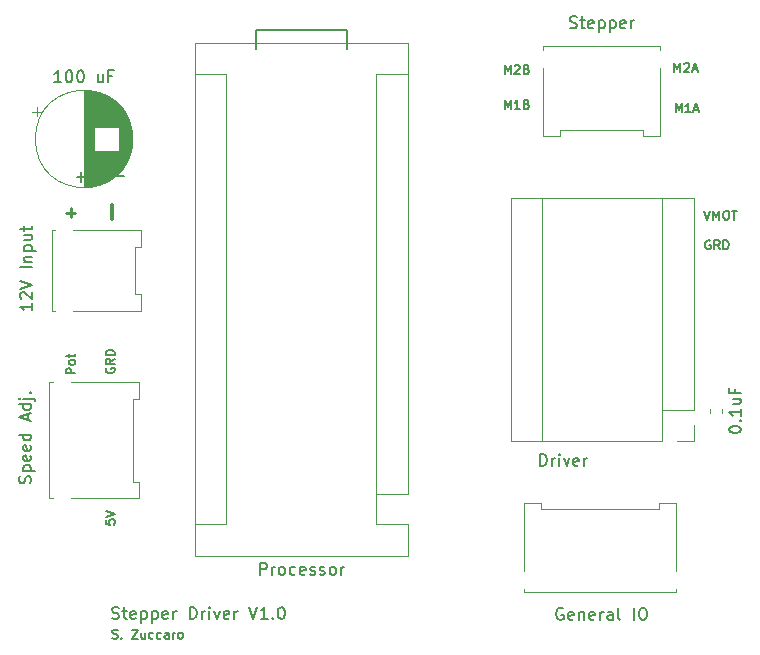
<source format=gto>
G04 #@! TF.GenerationSoftware,KiCad,Pcbnew,(5.1.5)-3*
G04 #@! TF.CreationDate,2021-04-09T09:55:13-05:00*
G04 #@! TF.ProjectId,turner_pcb,7475726e-6572-45f7-9063-622e6b696361,rev?*
G04 #@! TF.SameCoordinates,Original*
G04 #@! TF.FileFunction,Legend,Top*
G04 #@! TF.FilePolarity,Positive*
%FSLAX46Y46*%
G04 Gerber Fmt 4.6, Leading zero omitted, Abs format (unit mm)*
G04 Created by KiCad (PCBNEW (5.1.5)-3) date 2021-04-09 09:55:13*
%MOMM*%
%LPD*%
G04 APERTURE LIST*
%ADD10C,0.127000*%
%ADD11C,0.152400*%
%ADD12C,0.300000*%
%ADD13C,0.254000*%
%ADD14C,0.150000*%
%ADD15C,0.120000*%
%ADD16C,1.600000*%
%ADD17R,1.600000X1.600000*%
%ADD18C,1.000000*%
%ADD19C,1.500000*%
%ADD20O,1.600000X1.600000*%
G04 APERTURE END LIST*
D10*
X55306685Y-77372028D02*
X55415542Y-77408314D01*
X55596971Y-77408314D01*
X55669542Y-77372028D01*
X55705828Y-77335742D01*
X55742114Y-77263171D01*
X55742114Y-77190600D01*
X55705828Y-77118028D01*
X55669542Y-77081742D01*
X55596971Y-77045457D01*
X55451828Y-77009171D01*
X55379257Y-76972885D01*
X55342971Y-76936600D01*
X55306685Y-76864028D01*
X55306685Y-76791457D01*
X55342971Y-76718885D01*
X55379257Y-76682600D01*
X55451828Y-76646314D01*
X55633257Y-76646314D01*
X55742114Y-76682600D01*
X56068685Y-77335742D02*
X56104971Y-77372028D01*
X56068685Y-77408314D01*
X56032400Y-77372028D01*
X56068685Y-77335742D01*
X56068685Y-77408314D01*
X56939542Y-76646314D02*
X57447542Y-76646314D01*
X56939542Y-77408314D01*
X57447542Y-77408314D01*
X58064400Y-76900314D02*
X58064400Y-77408314D01*
X57737828Y-76900314D02*
X57737828Y-77299457D01*
X57774114Y-77372028D01*
X57846685Y-77408314D01*
X57955542Y-77408314D01*
X58028114Y-77372028D01*
X58064400Y-77335742D01*
X58753828Y-77372028D02*
X58681257Y-77408314D01*
X58536114Y-77408314D01*
X58463542Y-77372028D01*
X58427257Y-77335742D01*
X58390971Y-77263171D01*
X58390971Y-77045457D01*
X58427257Y-76972885D01*
X58463542Y-76936600D01*
X58536114Y-76900314D01*
X58681257Y-76900314D01*
X58753828Y-76936600D01*
X59406971Y-77372028D02*
X59334400Y-77408314D01*
X59189257Y-77408314D01*
X59116685Y-77372028D01*
X59080400Y-77335742D01*
X59044114Y-77263171D01*
X59044114Y-77045457D01*
X59080400Y-76972885D01*
X59116685Y-76936600D01*
X59189257Y-76900314D01*
X59334400Y-76900314D01*
X59406971Y-76936600D01*
X60060114Y-77408314D02*
X60060114Y-77009171D01*
X60023828Y-76936600D01*
X59951257Y-76900314D01*
X59806114Y-76900314D01*
X59733542Y-76936600D01*
X60060114Y-77372028D02*
X59987542Y-77408314D01*
X59806114Y-77408314D01*
X59733542Y-77372028D01*
X59697257Y-77299457D01*
X59697257Y-77226885D01*
X59733542Y-77154314D01*
X59806114Y-77118028D01*
X59987542Y-77118028D01*
X60060114Y-77081742D01*
X60422971Y-77408314D02*
X60422971Y-76900314D01*
X60422971Y-77045457D02*
X60459257Y-76972885D01*
X60495542Y-76936600D01*
X60568114Y-76900314D01*
X60640685Y-76900314D01*
X61003542Y-77408314D02*
X60930971Y-77372028D01*
X60894685Y-77335742D01*
X60858400Y-77263171D01*
X60858400Y-77045457D01*
X60894685Y-76972885D01*
X60930971Y-76936600D01*
X61003542Y-76900314D01*
X61112400Y-76900314D01*
X61184971Y-76936600D01*
X61221257Y-76972885D01*
X61257542Y-77045457D01*
X61257542Y-77263171D01*
X61221257Y-77335742D01*
X61184971Y-77372028D01*
X61112400Y-77408314D01*
X61003542Y-77408314D01*
D11*
X55280076Y-75696838D02*
X55425219Y-75745219D01*
X55667123Y-75745219D01*
X55763885Y-75696838D01*
X55812266Y-75648457D01*
X55860647Y-75551695D01*
X55860647Y-75454933D01*
X55812266Y-75358171D01*
X55763885Y-75309790D01*
X55667123Y-75261409D01*
X55473600Y-75213028D01*
X55376838Y-75164647D01*
X55328457Y-75116266D01*
X55280076Y-75019504D01*
X55280076Y-74922742D01*
X55328457Y-74825980D01*
X55376838Y-74777600D01*
X55473600Y-74729219D01*
X55715504Y-74729219D01*
X55860647Y-74777600D01*
X56150933Y-75067885D02*
X56537980Y-75067885D01*
X56296076Y-74729219D02*
X56296076Y-75600076D01*
X56344457Y-75696838D01*
X56441219Y-75745219D01*
X56537980Y-75745219D01*
X57263695Y-75696838D02*
X57166933Y-75745219D01*
X56973409Y-75745219D01*
X56876647Y-75696838D01*
X56828266Y-75600076D01*
X56828266Y-75213028D01*
X56876647Y-75116266D01*
X56973409Y-75067885D01*
X57166933Y-75067885D01*
X57263695Y-75116266D01*
X57312076Y-75213028D01*
X57312076Y-75309790D01*
X56828266Y-75406552D01*
X57747504Y-75067885D02*
X57747504Y-76083885D01*
X57747504Y-75116266D02*
X57844266Y-75067885D01*
X58037790Y-75067885D01*
X58134552Y-75116266D01*
X58182933Y-75164647D01*
X58231314Y-75261409D01*
X58231314Y-75551695D01*
X58182933Y-75648457D01*
X58134552Y-75696838D01*
X58037790Y-75745219D01*
X57844266Y-75745219D01*
X57747504Y-75696838D01*
X58666742Y-75067885D02*
X58666742Y-76083885D01*
X58666742Y-75116266D02*
X58763504Y-75067885D01*
X58957028Y-75067885D01*
X59053790Y-75116266D01*
X59102171Y-75164647D01*
X59150552Y-75261409D01*
X59150552Y-75551695D01*
X59102171Y-75648457D01*
X59053790Y-75696838D01*
X58957028Y-75745219D01*
X58763504Y-75745219D01*
X58666742Y-75696838D01*
X59973028Y-75696838D02*
X59876266Y-75745219D01*
X59682742Y-75745219D01*
X59585980Y-75696838D01*
X59537600Y-75600076D01*
X59537600Y-75213028D01*
X59585980Y-75116266D01*
X59682742Y-75067885D01*
X59876266Y-75067885D01*
X59973028Y-75116266D01*
X60021409Y-75213028D01*
X60021409Y-75309790D01*
X59537600Y-75406552D01*
X60456838Y-75745219D02*
X60456838Y-75067885D01*
X60456838Y-75261409D02*
X60505219Y-75164647D01*
X60553600Y-75116266D01*
X60650361Y-75067885D01*
X60747123Y-75067885D01*
X61859885Y-75745219D02*
X61859885Y-74729219D01*
X62101790Y-74729219D01*
X62246933Y-74777600D01*
X62343695Y-74874361D01*
X62392076Y-74971123D01*
X62440457Y-75164647D01*
X62440457Y-75309790D01*
X62392076Y-75503314D01*
X62343695Y-75600076D01*
X62246933Y-75696838D01*
X62101790Y-75745219D01*
X61859885Y-75745219D01*
X62875885Y-75745219D02*
X62875885Y-75067885D01*
X62875885Y-75261409D02*
X62924266Y-75164647D01*
X62972647Y-75116266D01*
X63069409Y-75067885D01*
X63166171Y-75067885D01*
X63504838Y-75745219D02*
X63504838Y-75067885D01*
X63504838Y-74729219D02*
X63456457Y-74777600D01*
X63504838Y-74825980D01*
X63553219Y-74777600D01*
X63504838Y-74729219D01*
X63504838Y-74825980D01*
X63891885Y-75067885D02*
X64133790Y-75745219D01*
X64375695Y-75067885D01*
X65149790Y-75696838D02*
X65053028Y-75745219D01*
X64859504Y-75745219D01*
X64762742Y-75696838D01*
X64714361Y-75600076D01*
X64714361Y-75213028D01*
X64762742Y-75116266D01*
X64859504Y-75067885D01*
X65053028Y-75067885D01*
X65149790Y-75116266D01*
X65198171Y-75213028D01*
X65198171Y-75309790D01*
X64714361Y-75406552D01*
X65633600Y-75745219D02*
X65633600Y-75067885D01*
X65633600Y-75261409D02*
X65681980Y-75164647D01*
X65730361Y-75116266D01*
X65827123Y-75067885D01*
X65923885Y-75067885D01*
X66891504Y-74729219D02*
X67230171Y-75745219D01*
X67568838Y-74729219D01*
X68439695Y-75745219D02*
X67859123Y-75745219D01*
X68149409Y-75745219D02*
X68149409Y-74729219D01*
X68052647Y-74874361D01*
X67955885Y-74971123D01*
X67859123Y-75019504D01*
X68875123Y-75648457D02*
X68923504Y-75696838D01*
X68875123Y-75745219D01*
X68826742Y-75696838D01*
X68875123Y-75648457D01*
X68875123Y-75745219D01*
X69552457Y-74729219D02*
X69649219Y-74729219D01*
X69745980Y-74777600D01*
X69794361Y-74825980D01*
X69842742Y-74922742D01*
X69891123Y-75116266D01*
X69891123Y-75358171D01*
X69842742Y-75551695D01*
X69794361Y-75648457D01*
X69745980Y-75696838D01*
X69649219Y-75745219D01*
X69552457Y-75745219D01*
X69455695Y-75696838D01*
X69407314Y-75648457D01*
X69358933Y-75551695D01*
X69310552Y-75358171D01*
X69310552Y-75116266D01*
X69358933Y-74922742D01*
X69407314Y-74825980D01*
X69455695Y-74777600D01*
X69552457Y-74729219D01*
D10*
X52135314Y-54940200D02*
X51373314Y-54940200D01*
X51373314Y-54649914D01*
X51409600Y-54577342D01*
X51445885Y-54541057D01*
X51518457Y-54504771D01*
X51627314Y-54504771D01*
X51699885Y-54541057D01*
X51736171Y-54577342D01*
X51772457Y-54649914D01*
X51772457Y-54940200D01*
X52135314Y-54069342D02*
X52099028Y-54141914D01*
X52062742Y-54178200D01*
X51990171Y-54214485D01*
X51772457Y-54214485D01*
X51699885Y-54178200D01*
X51663600Y-54141914D01*
X51627314Y-54069342D01*
X51627314Y-53960485D01*
X51663600Y-53887914D01*
X51699885Y-53851628D01*
X51772457Y-53815342D01*
X51990171Y-53815342D01*
X52062742Y-53851628D01*
X52099028Y-53887914D01*
X52135314Y-53960485D01*
X52135314Y-54069342D01*
X51627314Y-53597628D02*
X51627314Y-53307342D01*
X51373314Y-53488771D02*
X52026457Y-53488771D01*
X52099028Y-53452485D01*
X52135314Y-53379914D01*
X52135314Y-53307342D01*
X54762400Y-54512028D02*
X54726114Y-54584600D01*
X54726114Y-54693457D01*
X54762400Y-54802314D01*
X54834971Y-54874885D01*
X54907542Y-54911171D01*
X55052685Y-54947457D01*
X55161542Y-54947457D01*
X55306685Y-54911171D01*
X55379257Y-54874885D01*
X55451828Y-54802314D01*
X55488114Y-54693457D01*
X55488114Y-54620885D01*
X55451828Y-54512028D01*
X55415542Y-54475742D01*
X55161542Y-54475742D01*
X55161542Y-54620885D01*
X55488114Y-53713742D02*
X55125257Y-53967742D01*
X55488114Y-54149171D02*
X54726114Y-54149171D01*
X54726114Y-53858885D01*
X54762400Y-53786314D01*
X54798685Y-53750028D01*
X54871257Y-53713742D01*
X54980114Y-53713742D01*
X55052685Y-53750028D01*
X55088971Y-53786314D01*
X55125257Y-53858885D01*
X55125257Y-54149171D01*
X55488114Y-53387171D02*
X54726114Y-53387171D01*
X54726114Y-53205742D01*
X54762400Y-53096885D01*
X54834971Y-53024314D01*
X54907542Y-52988028D01*
X55052685Y-52951742D01*
X55161542Y-52951742D01*
X55306685Y-52988028D01*
X55379257Y-53024314D01*
X55451828Y-53096885D01*
X55488114Y-53205742D01*
X55488114Y-53387171D01*
X54726114Y-67353542D02*
X54726114Y-67716400D01*
X55088971Y-67752685D01*
X55052685Y-67716400D01*
X55016400Y-67643828D01*
X55016400Y-67462400D01*
X55052685Y-67389828D01*
X55088971Y-67353542D01*
X55161542Y-67317257D01*
X55342971Y-67317257D01*
X55415542Y-67353542D01*
X55451828Y-67389828D01*
X55488114Y-67462400D01*
X55488114Y-67643828D01*
X55451828Y-67716400D01*
X55415542Y-67752685D01*
X54726114Y-67099542D02*
X55488114Y-66845542D01*
X54726114Y-66591542D01*
X88537142Y-32577314D02*
X88537142Y-31815314D01*
X88791142Y-32359600D01*
X89045142Y-31815314D01*
X89045142Y-32577314D01*
X89807142Y-32577314D02*
X89371714Y-32577314D01*
X89589428Y-32577314D02*
X89589428Y-31815314D01*
X89516857Y-31924171D01*
X89444285Y-31996742D01*
X89371714Y-32033028D01*
X90387714Y-32178171D02*
X90496571Y-32214457D01*
X90532857Y-32250742D01*
X90569142Y-32323314D01*
X90569142Y-32432171D01*
X90532857Y-32504742D01*
X90496571Y-32541028D01*
X90424000Y-32577314D01*
X90133714Y-32577314D01*
X90133714Y-31815314D01*
X90387714Y-31815314D01*
X90460285Y-31851600D01*
X90496571Y-31887885D01*
X90532857Y-31960457D01*
X90532857Y-32033028D01*
X90496571Y-32105600D01*
X90460285Y-32141885D01*
X90387714Y-32178171D01*
X90133714Y-32178171D01*
X88537142Y-29605514D02*
X88537142Y-28843514D01*
X88791142Y-29387800D01*
X89045142Y-28843514D01*
X89045142Y-29605514D01*
X89371714Y-28916085D02*
X89408000Y-28879800D01*
X89480571Y-28843514D01*
X89662000Y-28843514D01*
X89734571Y-28879800D01*
X89770857Y-28916085D01*
X89807142Y-28988657D01*
X89807142Y-29061228D01*
X89770857Y-29170085D01*
X89335428Y-29605514D01*
X89807142Y-29605514D01*
X90387714Y-29206371D02*
X90496571Y-29242657D01*
X90532857Y-29278942D01*
X90569142Y-29351514D01*
X90569142Y-29460371D01*
X90532857Y-29532942D01*
X90496571Y-29569228D01*
X90424000Y-29605514D01*
X90133714Y-29605514D01*
X90133714Y-28843514D01*
X90387714Y-28843514D01*
X90460285Y-28879800D01*
X90496571Y-28916085D01*
X90532857Y-28988657D01*
X90532857Y-29061228D01*
X90496571Y-29133800D01*
X90460285Y-29170085D01*
X90387714Y-29206371D01*
X90133714Y-29206371D01*
X102891771Y-29427714D02*
X102891771Y-28665714D01*
X103145771Y-29210000D01*
X103399771Y-28665714D01*
X103399771Y-29427714D01*
X103726342Y-28738285D02*
X103762628Y-28702000D01*
X103835200Y-28665714D01*
X104016628Y-28665714D01*
X104089200Y-28702000D01*
X104125485Y-28738285D01*
X104161771Y-28810857D01*
X104161771Y-28883428D01*
X104125485Y-28992285D01*
X103690057Y-29427714D01*
X104161771Y-29427714D01*
X104452057Y-29210000D02*
X104814914Y-29210000D01*
X104379485Y-29427714D02*
X104633485Y-28665714D01*
X104887485Y-29427714D01*
X102993371Y-32856714D02*
X102993371Y-32094714D01*
X103247371Y-32639000D01*
X103501371Y-32094714D01*
X103501371Y-32856714D01*
X104263371Y-32856714D02*
X103827942Y-32856714D01*
X104045657Y-32856714D02*
X104045657Y-32094714D01*
X103973085Y-32203571D01*
X103900514Y-32276142D01*
X103827942Y-32312428D01*
X104553657Y-32639000D02*
X104916514Y-32639000D01*
X104481085Y-32856714D02*
X104735085Y-32094714D01*
X104989085Y-32856714D01*
X105914371Y-43713400D02*
X105841800Y-43677114D01*
X105732942Y-43677114D01*
X105624085Y-43713400D01*
X105551514Y-43785971D01*
X105515228Y-43858542D01*
X105478942Y-44003685D01*
X105478942Y-44112542D01*
X105515228Y-44257685D01*
X105551514Y-44330257D01*
X105624085Y-44402828D01*
X105732942Y-44439114D01*
X105805514Y-44439114D01*
X105914371Y-44402828D01*
X105950657Y-44366542D01*
X105950657Y-44112542D01*
X105805514Y-44112542D01*
X106712657Y-44439114D02*
X106458657Y-44076257D01*
X106277228Y-44439114D02*
X106277228Y-43677114D01*
X106567514Y-43677114D01*
X106640085Y-43713400D01*
X106676371Y-43749685D01*
X106712657Y-43822257D01*
X106712657Y-43931114D01*
X106676371Y-44003685D01*
X106640085Y-44039971D01*
X106567514Y-44076257D01*
X106277228Y-44076257D01*
X107039228Y-44439114D02*
X107039228Y-43677114D01*
X107220657Y-43677114D01*
X107329514Y-43713400D01*
X107402085Y-43785971D01*
X107438371Y-43858542D01*
X107474657Y-44003685D01*
X107474657Y-44112542D01*
X107438371Y-44257685D01*
X107402085Y-44330257D01*
X107329514Y-44402828D01*
X107220657Y-44439114D01*
X107039228Y-44439114D01*
X105428142Y-41162514D02*
X105682142Y-41924514D01*
X105936142Y-41162514D01*
X106190142Y-41924514D02*
X106190142Y-41162514D01*
X106444142Y-41706800D01*
X106698142Y-41162514D01*
X106698142Y-41924514D01*
X107206142Y-41162514D02*
X107351285Y-41162514D01*
X107423857Y-41198800D01*
X107496428Y-41271371D01*
X107532714Y-41416514D01*
X107532714Y-41670514D01*
X107496428Y-41815657D01*
X107423857Y-41888228D01*
X107351285Y-41924514D01*
X107206142Y-41924514D01*
X107133571Y-41888228D01*
X107061000Y-41815657D01*
X107024714Y-41670514D01*
X107024714Y-41416514D01*
X107061000Y-41271371D01*
X107133571Y-41198800D01*
X107206142Y-41162514D01*
X107750428Y-41162514D02*
X108185857Y-41162514D01*
X107968142Y-41924514D02*
X107968142Y-41162514D01*
D12*
X55250542Y-41846428D02*
X55250542Y-40703571D01*
D13*
X51378152Y-41347571D02*
X52152247Y-41347571D01*
X51765200Y-41734619D02*
X51765200Y-40960523D01*
D14*
X67437000Y-25882600D02*
X67437000Y-27482800D01*
X75209400Y-25882600D02*
X67437000Y-25882600D01*
X75209400Y-27482800D02*
X75209400Y-25882600D01*
D11*
X52267152Y-38324971D02*
X53041247Y-38324971D01*
X52654200Y-38712019D02*
X52654200Y-37937923D01*
X55518352Y-38197971D02*
X56292447Y-38197971D01*
D15*
X48893502Y-32387800D02*
X48893502Y-33187800D01*
X48493502Y-32787800D02*
X49293502Y-32787800D01*
X56984200Y-34569800D02*
X56984200Y-35635800D01*
X56944200Y-34334800D02*
X56944200Y-35870800D01*
X56904200Y-34154800D02*
X56904200Y-36050800D01*
X56864200Y-34004800D02*
X56864200Y-36200800D01*
X56824200Y-33873800D02*
X56824200Y-36331800D01*
X56784200Y-33756800D02*
X56784200Y-36448800D01*
X56744200Y-33649800D02*
X56744200Y-36555800D01*
X56704200Y-33550800D02*
X56704200Y-36654800D01*
X56664200Y-33457800D02*
X56664200Y-36747800D01*
X56624200Y-33371800D02*
X56624200Y-36833800D01*
X56584200Y-33289800D02*
X56584200Y-36915800D01*
X56544200Y-33212800D02*
X56544200Y-36992800D01*
X56504200Y-33138800D02*
X56504200Y-37066800D01*
X56464200Y-33068800D02*
X56464200Y-37136800D01*
X56424200Y-33000800D02*
X56424200Y-37204800D01*
X56384200Y-32936800D02*
X56384200Y-37268800D01*
X56344200Y-32874800D02*
X56344200Y-37330800D01*
X56304200Y-32815800D02*
X56304200Y-37389800D01*
X56264200Y-32757800D02*
X56264200Y-37447800D01*
X56224200Y-32702800D02*
X56224200Y-37502800D01*
X56184200Y-32648800D02*
X56184200Y-37556800D01*
X56144200Y-32597800D02*
X56144200Y-37607800D01*
X56104200Y-32546800D02*
X56104200Y-37658800D01*
X56064200Y-32498800D02*
X56064200Y-37706800D01*
X56024200Y-32451800D02*
X56024200Y-37753800D01*
X55984200Y-32405800D02*
X55984200Y-37799800D01*
X55944200Y-32361800D02*
X55944200Y-37843800D01*
X55904200Y-32318800D02*
X55904200Y-37886800D01*
X55864200Y-32276800D02*
X55864200Y-37928800D01*
X55824200Y-36142800D02*
X55824200Y-37969800D01*
X55824200Y-32235800D02*
X55824200Y-34062800D01*
X55784200Y-36142800D02*
X55784200Y-38009800D01*
X55784200Y-32195800D02*
X55784200Y-34062800D01*
X55744200Y-36142800D02*
X55744200Y-38047800D01*
X55744200Y-32157800D02*
X55744200Y-34062800D01*
X55704200Y-36142800D02*
X55704200Y-38085800D01*
X55704200Y-32119800D02*
X55704200Y-34062800D01*
X55664200Y-36142800D02*
X55664200Y-38121800D01*
X55664200Y-32083800D02*
X55664200Y-34062800D01*
X55624200Y-36142800D02*
X55624200Y-38157800D01*
X55624200Y-32047800D02*
X55624200Y-34062800D01*
X55584200Y-36142800D02*
X55584200Y-38192800D01*
X55584200Y-32012800D02*
X55584200Y-34062800D01*
X55544200Y-36142800D02*
X55544200Y-38226800D01*
X55544200Y-31978800D02*
X55544200Y-34062800D01*
X55504200Y-36142800D02*
X55504200Y-38258800D01*
X55504200Y-31946800D02*
X55504200Y-34062800D01*
X55464200Y-36142800D02*
X55464200Y-38291800D01*
X55464200Y-31913800D02*
X55464200Y-34062800D01*
X55424200Y-36142800D02*
X55424200Y-38322800D01*
X55424200Y-31882800D02*
X55424200Y-34062800D01*
X55384200Y-36142800D02*
X55384200Y-38352800D01*
X55384200Y-31852800D02*
X55384200Y-34062800D01*
X55344200Y-36142800D02*
X55344200Y-38382800D01*
X55344200Y-31822800D02*
X55344200Y-34062800D01*
X55304200Y-36142800D02*
X55304200Y-38411800D01*
X55304200Y-31793800D02*
X55304200Y-34062800D01*
X55264200Y-36142800D02*
X55264200Y-38440800D01*
X55264200Y-31764800D02*
X55264200Y-34062800D01*
X55224200Y-36142800D02*
X55224200Y-38467800D01*
X55224200Y-31737800D02*
X55224200Y-34062800D01*
X55184200Y-36142800D02*
X55184200Y-38494800D01*
X55184200Y-31710800D02*
X55184200Y-34062800D01*
X55144200Y-36142800D02*
X55144200Y-38520800D01*
X55144200Y-31684800D02*
X55144200Y-34062800D01*
X55104200Y-36142800D02*
X55104200Y-38546800D01*
X55104200Y-31658800D02*
X55104200Y-34062800D01*
X55064200Y-36142800D02*
X55064200Y-38571800D01*
X55064200Y-31633800D02*
X55064200Y-34062800D01*
X55024200Y-36142800D02*
X55024200Y-38595800D01*
X55024200Y-31609800D02*
X55024200Y-34062800D01*
X54984200Y-36142800D02*
X54984200Y-38619800D01*
X54984200Y-31585800D02*
X54984200Y-34062800D01*
X54944200Y-36142800D02*
X54944200Y-38642800D01*
X54944200Y-31562800D02*
X54944200Y-34062800D01*
X54904200Y-36142800D02*
X54904200Y-38664800D01*
X54904200Y-31540800D02*
X54904200Y-34062800D01*
X54864200Y-36142800D02*
X54864200Y-38686800D01*
X54864200Y-31518800D02*
X54864200Y-34062800D01*
X54824200Y-36142800D02*
X54824200Y-38708800D01*
X54824200Y-31496800D02*
X54824200Y-34062800D01*
X54784200Y-36142800D02*
X54784200Y-38729800D01*
X54784200Y-31475800D02*
X54784200Y-34062800D01*
X54744200Y-36142800D02*
X54744200Y-38749800D01*
X54744200Y-31455800D02*
X54744200Y-34062800D01*
X54704200Y-36142800D02*
X54704200Y-38768800D01*
X54704200Y-31436800D02*
X54704200Y-34062800D01*
X54664200Y-36142800D02*
X54664200Y-38788800D01*
X54664200Y-31416800D02*
X54664200Y-34062800D01*
X54624200Y-36142800D02*
X54624200Y-38806800D01*
X54624200Y-31398800D02*
X54624200Y-34062800D01*
X54584200Y-36142800D02*
X54584200Y-38824800D01*
X54584200Y-31380800D02*
X54584200Y-34062800D01*
X54544200Y-36142800D02*
X54544200Y-38842800D01*
X54544200Y-31362800D02*
X54544200Y-34062800D01*
X54504200Y-36142800D02*
X54504200Y-38859800D01*
X54504200Y-31345800D02*
X54504200Y-34062800D01*
X54464200Y-36142800D02*
X54464200Y-38876800D01*
X54464200Y-31328800D02*
X54464200Y-34062800D01*
X54424200Y-36142800D02*
X54424200Y-38892800D01*
X54424200Y-31312800D02*
X54424200Y-34062800D01*
X54384200Y-36142800D02*
X54384200Y-38907800D01*
X54384200Y-31297800D02*
X54384200Y-34062800D01*
X54344200Y-36142800D02*
X54344200Y-38923800D01*
X54344200Y-31281800D02*
X54344200Y-34062800D01*
X54304200Y-36142800D02*
X54304200Y-38937800D01*
X54304200Y-31267800D02*
X54304200Y-34062800D01*
X54264200Y-36142800D02*
X54264200Y-38952800D01*
X54264200Y-31252800D02*
X54264200Y-34062800D01*
X54224200Y-36142800D02*
X54224200Y-38965800D01*
X54224200Y-31239800D02*
X54224200Y-34062800D01*
X54184200Y-36142800D02*
X54184200Y-38979800D01*
X54184200Y-31225800D02*
X54184200Y-34062800D01*
X54144200Y-36142800D02*
X54144200Y-38991800D01*
X54144200Y-31213800D02*
X54144200Y-34062800D01*
X54104200Y-36142800D02*
X54104200Y-39004800D01*
X54104200Y-31200800D02*
X54104200Y-34062800D01*
X54064200Y-36142800D02*
X54064200Y-39016800D01*
X54064200Y-31188800D02*
X54064200Y-34062800D01*
X54024200Y-36142800D02*
X54024200Y-39027800D01*
X54024200Y-31177800D02*
X54024200Y-34062800D01*
X53984200Y-36142800D02*
X53984200Y-39038800D01*
X53984200Y-31166800D02*
X53984200Y-34062800D01*
X53944200Y-36142800D02*
X53944200Y-39049800D01*
X53944200Y-31155800D02*
X53944200Y-34062800D01*
X53904200Y-36142800D02*
X53904200Y-39059800D01*
X53904200Y-31145800D02*
X53904200Y-34062800D01*
X53864200Y-36142800D02*
X53864200Y-39069800D01*
X53864200Y-31135800D02*
X53864200Y-34062800D01*
X53824200Y-36142800D02*
X53824200Y-39078800D01*
X53824200Y-31126800D02*
X53824200Y-34062800D01*
X53784200Y-36142800D02*
X53784200Y-39087800D01*
X53784200Y-31117800D02*
X53784200Y-34062800D01*
X53744200Y-31108800D02*
X53744200Y-39096800D01*
X53704200Y-31100800D02*
X53704200Y-39104800D01*
X53664200Y-31092800D02*
X53664200Y-39112800D01*
X53624200Y-31085800D02*
X53624200Y-39119800D01*
X53583200Y-31078800D02*
X53583200Y-39126800D01*
X53543200Y-31072800D02*
X53543200Y-39132800D01*
X53503200Y-31065800D02*
X53503200Y-39139800D01*
X53463200Y-31060800D02*
X53463200Y-39144800D01*
X53423200Y-31054800D02*
X53423200Y-39150800D01*
X53383200Y-31050800D02*
X53383200Y-39154800D01*
X53343200Y-31045800D02*
X53343200Y-39159800D01*
X53303200Y-31041800D02*
X53303200Y-39163800D01*
X53263200Y-31037800D02*
X53263200Y-39167800D01*
X53223200Y-31034800D02*
X53223200Y-39170800D01*
X53183200Y-31031800D02*
X53183200Y-39173800D01*
X53143200Y-31028800D02*
X53143200Y-39176800D01*
X53103200Y-31026800D02*
X53103200Y-39178800D01*
X53063200Y-31025800D02*
X53063200Y-39179800D01*
X53023200Y-31023800D02*
X53023200Y-39181800D01*
X52983200Y-31022800D02*
X52983200Y-39182800D01*
X52943200Y-31022800D02*
X52943200Y-39182800D01*
X52903200Y-31022800D02*
X52903200Y-39182800D01*
X57023200Y-35102800D02*
G75*
G03X57023200Y-35102800I-4120000J0D01*
G01*
X50265600Y-55670800D02*
X49955600Y-55670800D01*
X49955600Y-55670800D02*
X49955600Y-65540800D01*
X49955600Y-65540800D02*
X50265600Y-65540800D01*
X51785600Y-55670800D02*
X57545600Y-55670800D01*
X57545600Y-55670800D02*
X57545600Y-57090800D01*
X57545600Y-57090800D02*
X57045600Y-57090800D01*
X57045600Y-57090800D02*
X57045600Y-64120800D01*
X57045600Y-64120800D02*
X57545600Y-64120800D01*
X57545600Y-64120800D02*
X57545600Y-65540800D01*
X57545600Y-65540800D02*
X51785600Y-65540800D01*
X89024000Y-60683600D02*
X101854000Y-60683600D01*
X89024000Y-40103600D02*
X89024000Y-60683600D01*
X104524000Y-40103600D02*
X89024000Y-40103600D01*
X104524000Y-58013600D02*
X104524000Y-40103600D01*
X101854000Y-58013600D02*
X104524000Y-58013600D01*
X101854000Y-60683600D02*
X101854000Y-58013600D01*
X104524000Y-60683600D02*
X104524000Y-59283600D01*
X103124000Y-60683600D02*
X104524000Y-60683600D01*
X101854000Y-58013600D02*
X101854000Y-40103600D01*
X91694000Y-60683600D02*
X91694000Y-40103600D01*
X77647800Y-65201800D02*
X77647800Y-67741800D01*
X77647800Y-67741800D02*
X80317800Y-67741800D01*
X80317800Y-65201800D02*
X80317800Y-26971800D01*
X80317800Y-70411800D02*
X80317800Y-67741800D01*
X64947800Y-67741800D02*
X62277800Y-67741800D01*
X64947800Y-67741800D02*
X64947800Y-29641800D01*
X64947800Y-29641800D02*
X62277800Y-29641800D01*
X77647800Y-65201800D02*
X80317800Y-65201800D01*
X77647800Y-65201800D02*
X77647800Y-29641800D01*
X77647800Y-29641800D02*
X80317800Y-29641800D01*
X80317800Y-26971800D02*
X62277800Y-26971800D01*
X62277800Y-26971800D02*
X62277800Y-70411800D01*
X62277800Y-70411800D02*
X80317800Y-70411800D01*
X90138600Y-73178400D02*
X90138600Y-73488400D01*
X90138600Y-73488400D02*
X103008600Y-73488400D01*
X103008600Y-73488400D02*
X103008600Y-73178400D01*
X90138600Y-71658400D02*
X90138600Y-65898400D01*
X90138600Y-65898400D02*
X91558600Y-65898400D01*
X91558600Y-65898400D02*
X91558600Y-66398400D01*
X91558600Y-66398400D02*
X101588600Y-66398400D01*
X101588600Y-66398400D02*
X101588600Y-65898400D01*
X101588600Y-65898400D02*
X103008600Y-65898400D01*
X103008600Y-65898400D02*
X103008600Y-71658400D01*
X50468800Y-42793000D02*
X50158800Y-42793000D01*
X50158800Y-42793000D02*
X50158800Y-49663000D01*
X50158800Y-49663000D02*
X50468800Y-49663000D01*
X51988800Y-42793000D02*
X57748800Y-42793000D01*
X57748800Y-42793000D02*
X57748800Y-44213000D01*
X57748800Y-44213000D02*
X57248800Y-44213000D01*
X57248800Y-44213000D02*
X57248800Y-48243000D01*
X57248800Y-48243000D02*
X57748800Y-48243000D01*
X57748800Y-48243000D02*
X57748800Y-49663000D01*
X57748800Y-49663000D02*
X51988800Y-49663000D01*
X91786800Y-34812600D02*
X91786800Y-29052600D01*
X93206800Y-34812600D02*
X91786800Y-34812600D01*
X93206800Y-34312600D02*
X93206800Y-34812600D01*
X100236800Y-34312600D02*
X93206800Y-34312600D01*
X100236800Y-34812600D02*
X100236800Y-34312600D01*
X101656800Y-34812600D02*
X100236800Y-34812600D01*
X101656800Y-29052600D02*
X101656800Y-34812600D01*
X91786800Y-27222600D02*
X91786800Y-27532600D01*
X101656800Y-27222600D02*
X91786800Y-27222600D01*
X101656800Y-27532600D02*
X101656800Y-27222600D01*
X106936000Y-57995433D02*
X106936000Y-58287967D01*
X105916000Y-57995433D02*
X105916000Y-58287967D01*
D14*
X50974628Y-30305180D02*
X50403200Y-30305180D01*
X50688914Y-30305180D02*
X50688914Y-29305180D01*
X50593676Y-29448038D01*
X50498438Y-29543276D01*
X50403200Y-29590895D01*
X51593676Y-29305180D02*
X51688914Y-29305180D01*
X51784152Y-29352800D01*
X51831771Y-29400419D01*
X51879390Y-29495657D01*
X51927009Y-29686133D01*
X51927009Y-29924228D01*
X51879390Y-30114704D01*
X51831771Y-30209942D01*
X51784152Y-30257561D01*
X51688914Y-30305180D01*
X51593676Y-30305180D01*
X51498438Y-30257561D01*
X51450819Y-30209942D01*
X51403200Y-30114704D01*
X51355580Y-29924228D01*
X51355580Y-29686133D01*
X51403200Y-29495657D01*
X51450819Y-29400419D01*
X51498438Y-29352800D01*
X51593676Y-29305180D01*
X52546057Y-29305180D02*
X52641295Y-29305180D01*
X52736533Y-29352800D01*
X52784152Y-29400419D01*
X52831771Y-29495657D01*
X52879390Y-29686133D01*
X52879390Y-29924228D01*
X52831771Y-30114704D01*
X52784152Y-30209942D01*
X52736533Y-30257561D01*
X52641295Y-30305180D01*
X52546057Y-30305180D01*
X52450819Y-30257561D01*
X52403200Y-30209942D01*
X52355580Y-30114704D01*
X52307961Y-29924228D01*
X52307961Y-29686133D01*
X52355580Y-29495657D01*
X52403200Y-29400419D01*
X52450819Y-29352800D01*
X52546057Y-29305180D01*
X54498438Y-29638514D02*
X54498438Y-30305180D01*
X54069866Y-29638514D02*
X54069866Y-30162323D01*
X54117485Y-30257561D01*
X54212723Y-30305180D01*
X54355580Y-30305180D01*
X54450819Y-30257561D01*
X54498438Y-30209942D01*
X55307961Y-29781371D02*
X54974628Y-29781371D01*
X54974628Y-30305180D02*
X54974628Y-29305180D01*
X55450819Y-29305180D01*
D11*
X48366438Y-64247485D02*
X48414819Y-64102342D01*
X48414819Y-63860438D01*
X48366438Y-63763676D01*
X48318057Y-63715295D01*
X48221295Y-63666914D01*
X48124533Y-63666914D01*
X48027771Y-63715295D01*
X47979390Y-63763676D01*
X47931009Y-63860438D01*
X47882628Y-64053961D01*
X47834247Y-64150723D01*
X47785866Y-64199104D01*
X47689104Y-64247485D01*
X47592342Y-64247485D01*
X47495580Y-64199104D01*
X47447200Y-64150723D01*
X47398819Y-64053961D01*
X47398819Y-63812057D01*
X47447200Y-63666914D01*
X47737485Y-63231485D02*
X48753485Y-63231485D01*
X47785866Y-63231485D02*
X47737485Y-63134723D01*
X47737485Y-62941200D01*
X47785866Y-62844438D01*
X47834247Y-62796057D01*
X47931009Y-62747676D01*
X48221295Y-62747676D01*
X48318057Y-62796057D01*
X48366438Y-62844438D01*
X48414819Y-62941200D01*
X48414819Y-63134723D01*
X48366438Y-63231485D01*
X48366438Y-61925200D02*
X48414819Y-62021961D01*
X48414819Y-62215485D01*
X48366438Y-62312247D01*
X48269676Y-62360628D01*
X47882628Y-62360628D01*
X47785866Y-62312247D01*
X47737485Y-62215485D01*
X47737485Y-62021961D01*
X47785866Y-61925200D01*
X47882628Y-61876819D01*
X47979390Y-61876819D01*
X48076152Y-62360628D01*
X48366438Y-61054342D02*
X48414819Y-61151104D01*
X48414819Y-61344628D01*
X48366438Y-61441390D01*
X48269676Y-61489771D01*
X47882628Y-61489771D01*
X47785866Y-61441390D01*
X47737485Y-61344628D01*
X47737485Y-61151104D01*
X47785866Y-61054342D01*
X47882628Y-61005961D01*
X47979390Y-61005961D01*
X48076152Y-61489771D01*
X48414819Y-60135104D02*
X47398819Y-60135104D01*
X48366438Y-60135104D02*
X48414819Y-60231866D01*
X48414819Y-60425390D01*
X48366438Y-60522152D01*
X48318057Y-60570533D01*
X48221295Y-60618914D01*
X47931009Y-60618914D01*
X47834247Y-60570533D01*
X47785866Y-60522152D01*
X47737485Y-60425390D01*
X47737485Y-60231866D01*
X47785866Y-60135104D01*
X48124533Y-58925580D02*
X48124533Y-58441771D01*
X48414819Y-59022342D02*
X47398819Y-58683676D01*
X48414819Y-58345009D01*
X48414819Y-57570914D02*
X47398819Y-57570914D01*
X48366438Y-57570914D02*
X48414819Y-57667676D01*
X48414819Y-57861200D01*
X48366438Y-57957961D01*
X48318057Y-58006342D01*
X48221295Y-58054723D01*
X47931009Y-58054723D01*
X47834247Y-58006342D01*
X47785866Y-57957961D01*
X47737485Y-57861200D01*
X47737485Y-57667676D01*
X47785866Y-57570914D01*
X47737485Y-57087104D02*
X48608342Y-57087104D01*
X48705104Y-57135485D01*
X48753485Y-57232247D01*
X48753485Y-57280628D01*
X47398819Y-57087104D02*
X47447200Y-57135485D01*
X47495580Y-57087104D01*
X47447200Y-57038723D01*
X47398819Y-57087104D01*
X47495580Y-57087104D01*
X48318057Y-56603295D02*
X48366438Y-56554914D01*
X48414819Y-56603295D01*
X48366438Y-56651676D01*
X48318057Y-56603295D01*
X48414819Y-56603295D01*
D14*
X91518028Y-62783980D02*
X91518028Y-61783980D01*
X91756123Y-61783980D01*
X91898980Y-61831600D01*
X91994219Y-61926838D01*
X92041838Y-62022076D01*
X92089457Y-62212552D01*
X92089457Y-62355409D01*
X92041838Y-62545885D01*
X91994219Y-62641123D01*
X91898980Y-62736361D01*
X91756123Y-62783980D01*
X91518028Y-62783980D01*
X92518028Y-62783980D02*
X92518028Y-62117314D01*
X92518028Y-62307790D02*
X92565647Y-62212552D01*
X92613266Y-62164933D01*
X92708504Y-62117314D01*
X92803742Y-62117314D01*
X93137076Y-62783980D02*
X93137076Y-62117314D01*
X93137076Y-61783980D02*
X93089457Y-61831600D01*
X93137076Y-61879219D01*
X93184695Y-61831600D01*
X93137076Y-61783980D01*
X93137076Y-61879219D01*
X93518028Y-62117314D02*
X93756123Y-62783980D01*
X93994219Y-62117314D01*
X94756123Y-62736361D02*
X94660885Y-62783980D01*
X94470409Y-62783980D01*
X94375171Y-62736361D01*
X94327552Y-62641123D01*
X94327552Y-62260171D01*
X94375171Y-62164933D01*
X94470409Y-62117314D01*
X94660885Y-62117314D01*
X94756123Y-62164933D01*
X94803742Y-62260171D01*
X94803742Y-62355409D01*
X94327552Y-62450647D01*
X95232314Y-62783980D02*
X95232314Y-62117314D01*
X95232314Y-62307790D02*
X95279933Y-62212552D01*
X95327552Y-62164933D01*
X95422790Y-62117314D01*
X95518028Y-62117314D01*
D11*
X67790180Y-72011419D02*
X67790180Y-70995419D01*
X68177228Y-70995419D01*
X68273990Y-71043800D01*
X68322371Y-71092180D01*
X68370752Y-71188942D01*
X68370752Y-71334085D01*
X68322371Y-71430847D01*
X68273990Y-71479228D01*
X68177228Y-71527609D01*
X67790180Y-71527609D01*
X68806180Y-72011419D02*
X68806180Y-71334085D01*
X68806180Y-71527609D02*
X68854561Y-71430847D01*
X68902942Y-71382466D01*
X68999704Y-71334085D01*
X69096466Y-71334085D01*
X69580276Y-72011419D02*
X69483514Y-71963038D01*
X69435133Y-71914657D01*
X69386752Y-71817895D01*
X69386752Y-71527609D01*
X69435133Y-71430847D01*
X69483514Y-71382466D01*
X69580276Y-71334085D01*
X69725419Y-71334085D01*
X69822180Y-71382466D01*
X69870561Y-71430847D01*
X69918942Y-71527609D01*
X69918942Y-71817895D01*
X69870561Y-71914657D01*
X69822180Y-71963038D01*
X69725419Y-72011419D01*
X69580276Y-72011419D01*
X70789800Y-71963038D02*
X70693038Y-72011419D01*
X70499514Y-72011419D01*
X70402752Y-71963038D01*
X70354371Y-71914657D01*
X70305990Y-71817895D01*
X70305990Y-71527609D01*
X70354371Y-71430847D01*
X70402752Y-71382466D01*
X70499514Y-71334085D01*
X70693038Y-71334085D01*
X70789800Y-71382466D01*
X71612276Y-71963038D02*
X71515514Y-72011419D01*
X71321990Y-72011419D01*
X71225228Y-71963038D01*
X71176847Y-71866276D01*
X71176847Y-71479228D01*
X71225228Y-71382466D01*
X71321990Y-71334085D01*
X71515514Y-71334085D01*
X71612276Y-71382466D01*
X71660657Y-71479228D01*
X71660657Y-71575990D01*
X71176847Y-71672752D01*
X72047704Y-71963038D02*
X72144466Y-72011419D01*
X72337990Y-72011419D01*
X72434752Y-71963038D01*
X72483133Y-71866276D01*
X72483133Y-71817895D01*
X72434752Y-71721133D01*
X72337990Y-71672752D01*
X72192847Y-71672752D01*
X72096085Y-71624371D01*
X72047704Y-71527609D01*
X72047704Y-71479228D01*
X72096085Y-71382466D01*
X72192847Y-71334085D01*
X72337990Y-71334085D01*
X72434752Y-71382466D01*
X72870180Y-71963038D02*
X72966942Y-72011419D01*
X73160466Y-72011419D01*
X73257228Y-71963038D01*
X73305609Y-71866276D01*
X73305609Y-71817895D01*
X73257228Y-71721133D01*
X73160466Y-71672752D01*
X73015323Y-71672752D01*
X72918561Y-71624371D01*
X72870180Y-71527609D01*
X72870180Y-71479228D01*
X72918561Y-71382466D01*
X73015323Y-71334085D01*
X73160466Y-71334085D01*
X73257228Y-71382466D01*
X73886180Y-72011419D02*
X73789419Y-71963038D01*
X73741038Y-71914657D01*
X73692657Y-71817895D01*
X73692657Y-71527609D01*
X73741038Y-71430847D01*
X73789419Y-71382466D01*
X73886180Y-71334085D01*
X74031323Y-71334085D01*
X74128085Y-71382466D01*
X74176466Y-71430847D01*
X74224847Y-71527609D01*
X74224847Y-71817895D01*
X74176466Y-71914657D01*
X74128085Y-71963038D01*
X74031323Y-72011419D01*
X73886180Y-72011419D01*
X74660276Y-72011419D02*
X74660276Y-71334085D01*
X74660276Y-71527609D02*
X74708657Y-71430847D01*
X74757038Y-71382466D01*
X74853800Y-71334085D01*
X74950561Y-71334085D01*
X93457485Y-74853800D02*
X93360723Y-74805419D01*
X93215580Y-74805419D01*
X93070438Y-74853800D01*
X92973676Y-74950561D01*
X92925295Y-75047323D01*
X92876914Y-75240847D01*
X92876914Y-75385990D01*
X92925295Y-75579514D01*
X92973676Y-75676276D01*
X93070438Y-75773038D01*
X93215580Y-75821419D01*
X93312342Y-75821419D01*
X93457485Y-75773038D01*
X93505866Y-75724657D01*
X93505866Y-75385990D01*
X93312342Y-75385990D01*
X94328342Y-75773038D02*
X94231580Y-75821419D01*
X94038057Y-75821419D01*
X93941295Y-75773038D01*
X93892914Y-75676276D01*
X93892914Y-75289228D01*
X93941295Y-75192466D01*
X94038057Y-75144085D01*
X94231580Y-75144085D01*
X94328342Y-75192466D01*
X94376723Y-75289228D01*
X94376723Y-75385990D01*
X93892914Y-75482752D01*
X94812152Y-75144085D02*
X94812152Y-75821419D01*
X94812152Y-75240847D02*
X94860533Y-75192466D01*
X94957295Y-75144085D01*
X95102438Y-75144085D01*
X95199200Y-75192466D01*
X95247580Y-75289228D01*
X95247580Y-75821419D01*
X96118438Y-75773038D02*
X96021676Y-75821419D01*
X95828152Y-75821419D01*
X95731390Y-75773038D01*
X95683009Y-75676276D01*
X95683009Y-75289228D01*
X95731390Y-75192466D01*
X95828152Y-75144085D01*
X96021676Y-75144085D01*
X96118438Y-75192466D01*
X96166819Y-75289228D01*
X96166819Y-75385990D01*
X95683009Y-75482752D01*
X96602247Y-75821419D02*
X96602247Y-75144085D01*
X96602247Y-75337609D02*
X96650628Y-75240847D01*
X96699009Y-75192466D01*
X96795771Y-75144085D01*
X96892533Y-75144085D01*
X97666628Y-75821419D02*
X97666628Y-75289228D01*
X97618247Y-75192466D01*
X97521485Y-75144085D01*
X97327961Y-75144085D01*
X97231200Y-75192466D01*
X97666628Y-75773038D02*
X97569866Y-75821419D01*
X97327961Y-75821419D01*
X97231200Y-75773038D01*
X97182819Y-75676276D01*
X97182819Y-75579514D01*
X97231200Y-75482752D01*
X97327961Y-75434371D01*
X97569866Y-75434371D01*
X97666628Y-75385990D01*
X98295580Y-75821419D02*
X98198819Y-75773038D01*
X98150438Y-75676276D01*
X98150438Y-74805419D01*
X99456723Y-75821419D02*
X99456723Y-74805419D01*
X100134057Y-74805419D02*
X100327580Y-74805419D01*
X100424342Y-74853800D01*
X100521104Y-74950561D01*
X100569485Y-75144085D01*
X100569485Y-75482752D01*
X100521104Y-75676276D01*
X100424342Y-75773038D01*
X100327580Y-75821419D01*
X100134057Y-75821419D01*
X100037295Y-75773038D01*
X99940533Y-75676276D01*
X99892152Y-75482752D01*
X99892152Y-75144085D01*
X99940533Y-74950561D01*
X100037295Y-74853800D01*
X100134057Y-74805419D01*
X48516419Y-49028047D02*
X48516419Y-49608619D01*
X48516419Y-49318333D02*
X47500419Y-49318333D01*
X47645561Y-49415095D01*
X47742323Y-49511857D01*
X47790704Y-49608619D01*
X47597180Y-48641000D02*
X47548800Y-48592619D01*
X47500419Y-48495857D01*
X47500419Y-48253952D01*
X47548800Y-48157190D01*
X47597180Y-48108809D01*
X47693942Y-48060428D01*
X47790704Y-48060428D01*
X47935847Y-48108809D01*
X48516419Y-48689380D01*
X48516419Y-48060428D01*
X47500419Y-47770142D02*
X48516419Y-47431476D01*
X47500419Y-47092809D01*
X48516419Y-45980047D02*
X47500419Y-45980047D01*
X47839085Y-45496238D02*
X48516419Y-45496238D01*
X47935847Y-45496238D02*
X47887466Y-45447857D01*
X47839085Y-45351095D01*
X47839085Y-45205952D01*
X47887466Y-45109190D01*
X47984228Y-45060809D01*
X48516419Y-45060809D01*
X47839085Y-44577000D02*
X48855085Y-44577000D01*
X47887466Y-44577000D02*
X47839085Y-44480238D01*
X47839085Y-44286714D01*
X47887466Y-44189952D01*
X47935847Y-44141571D01*
X48032609Y-44093190D01*
X48322895Y-44093190D01*
X48419657Y-44141571D01*
X48468038Y-44189952D01*
X48516419Y-44286714D01*
X48516419Y-44480238D01*
X48468038Y-44577000D01*
X47839085Y-43222333D02*
X48516419Y-43222333D01*
X47839085Y-43657761D02*
X48371276Y-43657761D01*
X48468038Y-43609380D01*
X48516419Y-43512619D01*
X48516419Y-43367476D01*
X48468038Y-43270714D01*
X48419657Y-43222333D01*
X47839085Y-42883666D02*
X47839085Y-42496619D01*
X47500419Y-42738523D02*
X48371276Y-42738523D01*
X48468038Y-42690142D01*
X48516419Y-42593380D01*
X48516419Y-42496619D01*
X94038057Y-25684238D02*
X94183200Y-25732619D01*
X94425104Y-25732619D01*
X94521866Y-25684238D01*
X94570247Y-25635857D01*
X94618628Y-25539095D01*
X94618628Y-25442333D01*
X94570247Y-25345571D01*
X94521866Y-25297190D01*
X94425104Y-25248809D01*
X94231580Y-25200428D01*
X94134819Y-25152047D01*
X94086438Y-25103666D01*
X94038057Y-25006904D01*
X94038057Y-24910142D01*
X94086438Y-24813380D01*
X94134819Y-24765000D01*
X94231580Y-24716619D01*
X94473485Y-24716619D01*
X94618628Y-24765000D01*
X94908914Y-25055285D02*
X95295961Y-25055285D01*
X95054057Y-24716619D02*
X95054057Y-25587476D01*
X95102438Y-25684238D01*
X95199200Y-25732619D01*
X95295961Y-25732619D01*
X96021676Y-25684238D02*
X95924914Y-25732619D01*
X95731390Y-25732619D01*
X95634628Y-25684238D01*
X95586247Y-25587476D01*
X95586247Y-25200428D01*
X95634628Y-25103666D01*
X95731390Y-25055285D01*
X95924914Y-25055285D01*
X96021676Y-25103666D01*
X96070057Y-25200428D01*
X96070057Y-25297190D01*
X95586247Y-25393952D01*
X96505485Y-25055285D02*
X96505485Y-26071285D01*
X96505485Y-25103666D02*
X96602247Y-25055285D01*
X96795771Y-25055285D01*
X96892533Y-25103666D01*
X96940914Y-25152047D01*
X96989295Y-25248809D01*
X96989295Y-25539095D01*
X96940914Y-25635857D01*
X96892533Y-25684238D01*
X96795771Y-25732619D01*
X96602247Y-25732619D01*
X96505485Y-25684238D01*
X97424723Y-25055285D02*
X97424723Y-26071285D01*
X97424723Y-25103666D02*
X97521485Y-25055285D01*
X97715009Y-25055285D01*
X97811771Y-25103666D01*
X97860152Y-25152047D01*
X97908533Y-25248809D01*
X97908533Y-25539095D01*
X97860152Y-25635857D01*
X97811771Y-25684238D01*
X97715009Y-25732619D01*
X97521485Y-25732619D01*
X97424723Y-25684238D01*
X98731009Y-25684238D02*
X98634247Y-25732619D01*
X98440723Y-25732619D01*
X98343961Y-25684238D01*
X98295580Y-25587476D01*
X98295580Y-25200428D01*
X98343961Y-25103666D01*
X98440723Y-25055285D01*
X98634247Y-25055285D01*
X98731009Y-25103666D01*
X98779390Y-25200428D01*
X98779390Y-25297190D01*
X98295580Y-25393952D01*
X99214819Y-25732619D02*
X99214819Y-25055285D01*
X99214819Y-25248809D02*
X99263200Y-25152047D01*
X99311580Y-25103666D01*
X99408342Y-25055285D01*
X99505104Y-25055285D01*
D14*
X107529380Y-59732657D02*
X107529380Y-59637419D01*
X107577000Y-59542180D01*
X107624619Y-59494561D01*
X107719857Y-59446942D01*
X107910333Y-59399323D01*
X108148428Y-59399323D01*
X108338904Y-59446942D01*
X108434142Y-59494561D01*
X108481761Y-59542180D01*
X108529380Y-59637419D01*
X108529380Y-59732657D01*
X108481761Y-59827895D01*
X108434142Y-59875514D01*
X108338904Y-59923133D01*
X108148428Y-59970752D01*
X107910333Y-59970752D01*
X107719857Y-59923133D01*
X107624619Y-59875514D01*
X107577000Y-59827895D01*
X107529380Y-59732657D01*
X108434142Y-58970752D02*
X108481761Y-58923133D01*
X108529380Y-58970752D01*
X108481761Y-59018371D01*
X108434142Y-58970752D01*
X108529380Y-58970752D01*
X108529380Y-57970752D02*
X108529380Y-58542180D01*
X108529380Y-58256466D02*
X107529380Y-58256466D01*
X107672238Y-58351704D01*
X107767476Y-58446942D01*
X107815095Y-58542180D01*
X107862714Y-57113609D02*
X108529380Y-57113609D01*
X107862714Y-57542180D02*
X108386523Y-57542180D01*
X108481761Y-57494561D01*
X108529380Y-57399323D01*
X108529380Y-57256466D01*
X108481761Y-57161228D01*
X108434142Y-57113609D01*
X108005571Y-56304085D02*
X108005571Y-56637419D01*
X108529380Y-56637419D02*
X107529380Y-56637419D01*
X107529380Y-56161228D01*
%LPC*%
D16*
X54803200Y-35102800D03*
D17*
X51003200Y-35102800D03*
D18*
X51025600Y-56105800D03*
X51025600Y-65105800D03*
D14*
G36*
X55490104Y-58357004D02*
G01*
X55514373Y-58360604D01*
X55538171Y-58366565D01*
X55561271Y-58374830D01*
X55583449Y-58385320D01*
X55604493Y-58397933D01*
X55624198Y-58412547D01*
X55642377Y-58429023D01*
X55658853Y-58447202D01*
X55673467Y-58466907D01*
X55686080Y-58487951D01*
X55696570Y-58510129D01*
X55704835Y-58533229D01*
X55710796Y-58557027D01*
X55714396Y-58581296D01*
X55715600Y-58605800D01*
X55715600Y-59605800D01*
X55714396Y-59630304D01*
X55710796Y-59654573D01*
X55704835Y-59678371D01*
X55696570Y-59701471D01*
X55686080Y-59723649D01*
X55673467Y-59744693D01*
X55658853Y-59764398D01*
X55642377Y-59782577D01*
X55624198Y-59799053D01*
X55604493Y-59813667D01*
X55583449Y-59826280D01*
X55561271Y-59836770D01*
X55538171Y-59845035D01*
X55514373Y-59850996D01*
X55490104Y-59854596D01*
X55465600Y-59855800D01*
X54465600Y-59855800D01*
X54441096Y-59854596D01*
X54416827Y-59850996D01*
X54393029Y-59845035D01*
X54369929Y-59836770D01*
X54347751Y-59826280D01*
X54326707Y-59813667D01*
X54307002Y-59799053D01*
X54288823Y-59782577D01*
X54272347Y-59764398D01*
X54257733Y-59744693D01*
X54245120Y-59723649D01*
X54234630Y-59701471D01*
X54226365Y-59678371D01*
X54220404Y-59654573D01*
X54216804Y-59630304D01*
X54215600Y-59605800D01*
X54215600Y-58605800D01*
X54216804Y-58581296D01*
X54220404Y-58557027D01*
X54226365Y-58533229D01*
X54234630Y-58510129D01*
X54245120Y-58487951D01*
X54257733Y-58466907D01*
X54272347Y-58447202D01*
X54288823Y-58429023D01*
X54307002Y-58412547D01*
X54326707Y-58397933D01*
X54347751Y-58385320D01*
X54369929Y-58374830D01*
X54393029Y-58366565D01*
X54416827Y-58360604D01*
X54441096Y-58357004D01*
X54465600Y-58355800D01*
X55465600Y-58355800D01*
X55490104Y-58357004D01*
G37*
D19*
X54965600Y-62105800D03*
X51965600Y-59105800D03*
X51965600Y-62105800D03*
D20*
X90424000Y-59283600D03*
X103124000Y-41503600D03*
X90424000Y-56743600D03*
X103124000Y-44043600D03*
X90424000Y-54203600D03*
X103124000Y-46583600D03*
X90424000Y-51663600D03*
X103124000Y-49123600D03*
X90424000Y-49123600D03*
X103124000Y-51663600D03*
X90424000Y-46583600D03*
X103124000Y-54203600D03*
X90424000Y-44043600D03*
X103124000Y-56743600D03*
X90424000Y-41503600D03*
D17*
X103124000Y-59283600D03*
X78917800Y-66471800D03*
D20*
X63677800Y-33451800D03*
X78917800Y-63931800D03*
X63677800Y-35991800D03*
X78917800Y-61391800D03*
X63677800Y-38531800D03*
X78917800Y-58851800D03*
X63677800Y-41071800D03*
X78917800Y-56311800D03*
X63677800Y-43611800D03*
X78917800Y-53771800D03*
X63677800Y-46151800D03*
X78917800Y-51231800D03*
X63677800Y-48691800D03*
X78917800Y-48691800D03*
X63677800Y-51231800D03*
X78917800Y-46151800D03*
X63677800Y-53771800D03*
X78917800Y-43611800D03*
X63677800Y-56311800D03*
X78917800Y-41071800D03*
X63677800Y-58851800D03*
X78917800Y-38531800D03*
X63677800Y-61391800D03*
X78917800Y-35991800D03*
X63677800Y-63931800D03*
X78917800Y-33451800D03*
X63677800Y-66471800D03*
X78917800Y-30911800D03*
X63677800Y-30911800D03*
D18*
X90573600Y-72418400D03*
X102573600Y-72418400D03*
D14*
G36*
X94098104Y-67729604D02*
G01*
X94122373Y-67733204D01*
X94146171Y-67739165D01*
X94169271Y-67747430D01*
X94191449Y-67757920D01*
X94212493Y-67770533D01*
X94232198Y-67785147D01*
X94250377Y-67801623D01*
X94266853Y-67819802D01*
X94281467Y-67839507D01*
X94294080Y-67860551D01*
X94304570Y-67882729D01*
X94312835Y-67905829D01*
X94318796Y-67929627D01*
X94322396Y-67953896D01*
X94323600Y-67978400D01*
X94323600Y-68978400D01*
X94322396Y-69002904D01*
X94318796Y-69027173D01*
X94312835Y-69050971D01*
X94304570Y-69074071D01*
X94294080Y-69096249D01*
X94281467Y-69117293D01*
X94266853Y-69136998D01*
X94250377Y-69155177D01*
X94232198Y-69171653D01*
X94212493Y-69186267D01*
X94191449Y-69198880D01*
X94169271Y-69209370D01*
X94146171Y-69217635D01*
X94122373Y-69223596D01*
X94098104Y-69227196D01*
X94073600Y-69228400D01*
X93073600Y-69228400D01*
X93049096Y-69227196D01*
X93024827Y-69223596D01*
X93001029Y-69217635D01*
X92977929Y-69209370D01*
X92955751Y-69198880D01*
X92934707Y-69186267D01*
X92915002Y-69171653D01*
X92896823Y-69155177D01*
X92880347Y-69136998D01*
X92865733Y-69117293D01*
X92853120Y-69096249D01*
X92842630Y-69074071D01*
X92834365Y-69050971D01*
X92828404Y-69027173D01*
X92824804Y-69002904D01*
X92823600Y-68978400D01*
X92823600Y-67978400D01*
X92824804Y-67953896D01*
X92828404Y-67929627D01*
X92834365Y-67905829D01*
X92842630Y-67882729D01*
X92853120Y-67860551D01*
X92865733Y-67839507D01*
X92880347Y-67819802D01*
X92896823Y-67801623D01*
X92915002Y-67785147D01*
X92934707Y-67770533D01*
X92955751Y-67757920D01*
X92977929Y-67747430D01*
X93001029Y-67739165D01*
X93024827Y-67733204D01*
X93049096Y-67729604D01*
X93073600Y-67728400D01*
X94073600Y-67728400D01*
X94098104Y-67729604D01*
G37*
D19*
X96573600Y-68478400D03*
X99573600Y-68478400D03*
X93573600Y-71478400D03*
X96573600Y-71478400D03*
X99573600Y-71478400D03*
D18*
X51228800Y-43228000D03*
X51228800Y-49228000D03*
D14*
G36*
X55693304Y-45479204D02*
G01*
X55717573Y-45482804D01*
X55741371Y-45488765D01*
X55764471Y-45497030D01*
X55786649Y-45507520D01*
X55807693Y-45520133D01*
X55827398Y-45534747D01*
X55845577Y-45551223D01*
X55862053Y-45569402D01*
X55876667Y-45589107D01*
X55889280Y-45610151D01*
X55899770Y-45632329D01*
X55908035Y-45655429D01*
X55913996Y-45679227D01*
X55917596Y-45703496D01*
X55918800Y-45728000D01*
X55918800Y-46728000D01*
X55917596Y-46752504D01*
X55913996Y-46776773D01*
X55908035Y-46800571D01*
X55899770Y-46823671D01*
X55889280Y-46845849D01*
X55876667Y-46866893D01*
X55862053Y-46886598D01*
X55845577Y-46904777D01*
X55827398Y-46921253D01*
X55807693Y-46935867D01*
X55786649Y-46948480D01*
X55764471Y-46958970D01*
X55741371Y-46967235D01*
X55717573Y-46973196D01*
X55693304Y-46976796D01*
X55668800Y-46978000D01*
X54668800Y-46978000D01*
X54644296Y-46976796D01*
X54620027Y-46973196D01*
X54596229Y-46967235D01*
X54573129Y-46958970D01*
X54550951Y-46948480D01*
X54529907Y-46935867D01*
X54510202Y-46921253D01*
X54492023Y-46904777D01*
X54475547Y-46886598D01*
X54460933Y-46866893D01*
X54448320Y-46845849D01*
X54437830Y-46823671D01*
X54429565Y-46800571D01*
X54423604Y-46776773D01*
X54420004Y-46752504D01*
X54418800Y-46728000D01*
X54418800Y-45728000D01*
X54420004Y-45703496D01*
X54423604Y-45679227D01*
X54429565Y-45655429D01*
X54437830Y-45632329D01*
X54448320Y-45610151D01*
X54460933Y-45589107D01*
X54475547Y-45569402D01*
X54492023Y-45551223D01*
X54510202Y-45534747D01*
X54529907Y-45520133D01*
X54550951Y-45507520D01*
X54573129Y-45497030D01*
X54596229Y-45488765D01*
X54620027Y-45482804D01*
X54644296Y-45479204D01*
X54668800Y-45478000D01*
X55668800Y-45478000D01*
X55693304Y-45479204D01*
G37*
D19*
X52168800Y-46228000D03*
X95221800Y-29232600D03*
X98221800Y-29232600D03*
X95221800Y-32232600D03*
D14*
G36*
X98746304Y-31483804D02*
G01*
X98770573Y-31487404D01*
X98794371Y-31493365D01*
X98817471Y-31501630D01*
X98839649Y-31512120D01*
X98860693Y-31524733D01*
X98880398Y-31539347D01*
X98898577Y-31555823D01*
X98915053Y-31574002D01*
X98929667Y-31593707D01*
X98942280Y-31614751D01*
X98952770Y-31636929D01*
X98961035Y-31660029D01*
X98966996Y-31683827D01*
X98970596Y-31708096D01*
X98971800Y-31732600D01*
X98971800Y-32732600D01*
X98970596Y-32757104D01*
X98966996Y-32781373D01*
X98961035Y-32805171D01*
X98952770Y-32828271D01*
X98942280Y-32850449D01*
X98929667Y-32871493D01*
X98915053Y-32891198D01*
X98898577Y-32909377D01*
X98880398Y-32925853D01*
X98860693Y-32940467D01*
X98839649Y-32953080D01*
X98817471Y-32963570D01*
X98794371Y-32971835D01*
X98770573Y-32977796D01*
X98746304Y-32981396D01*
X98721800Y-32982600D01*
X97721800Y-32982600D01*
X97697296Y-32981396D01*
X97673027Y-32977796D01*
X97649229Y-32971835D01*
X97626129Y-32963570D01*
X97603951Y-32953080D01*
X97582907Y-32940467D01*
X97563202Y-32925853D01*
X97545023Y-32909377D01*
X97528547Y-32891198D01*
X97513933Y-32871493D01*
X97501320Y-32850449D01*
X97490830Y-32828271D01*
X97482565Y-32805171D01*
X97476604Y-32781373D01*
X97473004Y-32757104D01*
X97471800Y-32732600D01*
X97471800Y-31732600D01*
X97473004Y-31708096D01*
X97476604Y-31683827D01*
X97482565Y-31660029D01*
X97490830Y-31636929D01*
X97501320Y-31614751D01*
X97513933Y-31593707D01*
X97528547Y-31574002D01*
X97545023Y-31555823D01*
X97563202Y-31539347D01*
X97582907Y-31524733D01*
X97603951Y-31512120D01*
X97626129Y-31501630D01*
X97649229Y-31493365D01*
X97673027Y-31487404D01*
X97697296Y-31483804D01*
X97721800Y-31482600D01*
X98721800Y-31482600D01*
X98746304Y-31483804D01*
G37*
D18*
X92221800Y-28292600D03*
X101221800Y-28292600D03*
D14*
G36*
X106686779Y-56742844D02*
G01*
X106709834Y-56746263D01*
X106732443Y-56751927D01*
X106754387Y-56759779D01*
X106775457Y-56769744D01*
X106795448Y-56781726D01*
X106814168Y-56795610D01*
X106831438Y-56811262D01*
X106847090Y-56828532D01*
X106860974Y-56847252D01*
X106872956Y-56867243D01*
X106882921Y-56888313D01*
X106890773Y-56910257D01*
X106896437Y-56932866D01*
X106899856Y-56955921D01*
X106901000Y-56979200D01*
X106901000Y-57579200D01*
X106899856Y-57602479D01*
X106896437Y-57625534D01*
X106890773Y-57648143D01*
X106882921Y-57670087D01*
X106872956Y-57691157D01*
X106860974Y-57711148D01*
X106847090Y-57729868D01*
X106831438Y-57747138D01*
X106814168Y-57762790D01*
X106795448Y-57776674D01*
X106775457Y-57788656D01*
X106754387Y-57798621D01*
X106732443Y-57806473D01*
X106709834Y-57812137D01*
X106686779Y-57815556D01*
X106663500Y-57816700D01*
X106188500Y-57816700D01*
X106165221Y-57815556D01*
X106142166Y-57812137D01*
X106119557Y-57806473D01*
X106097613Y-57798621D01*
X106076543Y-57788656D01*
X106056552Y-57776674D01*
X106037832Y-57762790D01*
X106020562Y-57747138D01*
X106004910Y-57729868D01*
X105991026Y-57711148D01*
X105979044Y-57691157D01*
X105969079Y-57670087D01*
X105961227Y-57648143D01*
X105955563Y-57625534D01*
X105952144Y-57602479D01*
X105951000Y-57579200D01*
X105951000Y-56979200D01*
X105952144Y-56955921D01*
X105955563Y-56932866D01*
X105961227Y-56910257D01*
X105969079Y-56888313D01*
X105979044Y-56867243D01*
X105991026Y-56847252D01*
X106004910Y-56828532D01*
X106020562Y-56811262D01*
X106037832Y-56795610D01*
X106056552Y-56781726D01*
X106076543Y-56769744D01*
X106097613Y-56759779D01*
X106119557Y-56751927D01*
X106142166Y-56746263D01*
X106165221Y-56742844D01*
X106188500Y-56741700D01*
X106663500Y-56741700D01*
X106686779Y-56742844D01*
G37*
G36*
X106686779Y-58467844D02*
G01*
X106709834Y-58471263D01*
X106732443Y-58476927D01*
X106754387Y-58484779D01*
X106775457Y-58494744D01*
X106795448Y-58506726D01*
X106814168Y-58520610D01*
X106831438Y-58536262D01*
X106847090Y-58553532D01*
X106860974Y-58572252D01*
X106872956Y-58592243D01*
X106882921Y-58613313D01*
X106890773Y-58635257D01*
X106896437Y-58657866D01*
X106899856Y-58680921D01*
X106901000Y-58704200D01*
X106901000Y-59304200D01*
X106899856Y-59327479D01*
X106896437Y-59350534D01*
X106890773Y-59373143D01*
X106882921Y-59395087D01*
X106872956Y-59416157D01*
X106860974Y-59436148D01*
X106847090Y-59454868D01*
X106831438Y-59472138D01*
X106814168Y-59487790D01*
X106795448Y-59501674D01*
X106775457Y-59513656D01*
X106754387Y-59523621D01*
X106732443Y-59531473D01*
X106709834Y-59537137D01*
X106686779Y-59540556D01*
X106663500Y-59541700D01*
X106188500Y-59541700D01*
X106165221Y-59540556D01*
X106142166Y-59537137D01*
X106119557Y-59531473D01*
X106097613Y-59523621D01*
X106076543Y-59513656D01*
X106056552Y-59501674D01*
X106037832Y-59487790D01*
X106020562Y-59472138D01*
X106004910Y-59454868D01*
X105991026Y-59436148D01*
X105979044Y-59416157D01*
X105969079Y-59395087D01*
X105961227Y-59373143D01*
X105955563Y-59350534D01*
X105952144Y-59327479D01*
X105951000Y-59304200D01*
X105951000Y-58704200D01*
X105952144Y-58680921D01*
X105955563Y-58657866D01*
X105961227Y-58635257D01*
X105969079Y-58613313D01*
X105979044Y-58592243D01*
X105991026Y-58572252D01*
X106004910Y-58553532D01*
X106020562Y-58536262D01*
X106037832Y-58520610D01*
X106056552Y-58506726D01*
X106076543Y-58494744D01*
X106097613Y-58484779D01*
X106119557Y-58476927D01*
X106142166Y-58471263D01*
X106165221Y-58467844D01*
X106188500Y-58466700D01*
X106663500Y-58466700D01*
X106686779Y-58467844D01*
G37*
M02*

</source>
